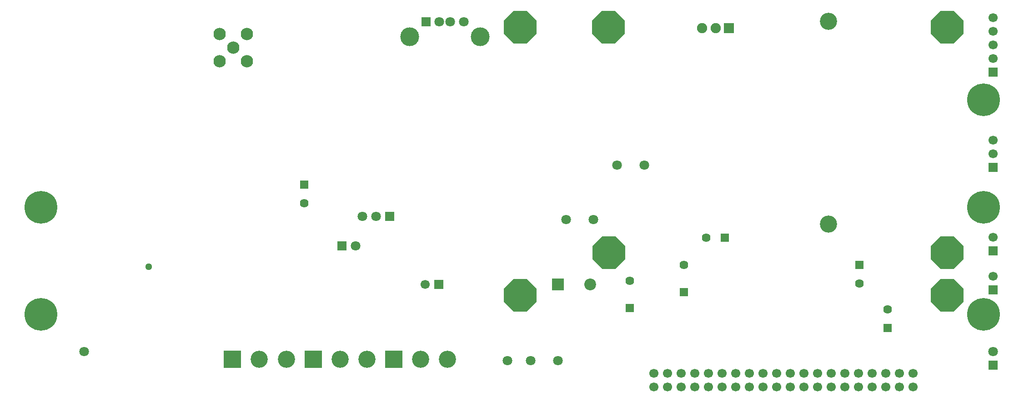
<source format=gbs>
G04*
G04 #@! TF.GenerationSoftware,Altium Limited,Altium Designer,18.1.9 (240)*
G04*
G04 Layer_Color=16711935*
%FSLAX24Y24*%
%MOIN*%
G70*
G01*
G75*
%ADD94C,0.0710*%
%ADD95C,0.1261*%
%ADD96C,0.1379*%
%ADD97R,0.0710X0.0710*%
%ADD98R,0.0710X0.0710*%
%ADD99R,0.1261X0.1261*%
%ADD100C,0.0669*%
%ADD101C,0.0639*%
%ADD102R,0.0639X0.0639*%
%ADD103R,0.0639X0.0639*%
%ADD104R,0.0748X0.0748*%
%ADD105C,0.0748*%
%ADD106R,0.0669X0.0669*%
%ADD107C,0.0906*%
%ADD108C,0.0866*%
%ADD109R,0.0866X0.0866*%
%ADD110C,0.0512*%
%ADD111C,0.0709*%
%ADD112R,0.0669X0.0669*%
%ADD113P,0.2599X8X292.5*%
%ADD114C,0.2402*%
D94*
X35630Y3287D02*
D03*
X39311D02*
D03*
X37311D02*
D03*
X41919Y13652D02*
D03*
X39919D02*
D03*
X45652Y17667D02*
D03*
X43652D02*
D03*
X30630Y28179D02*
D03*
X31417D02*
D03*
X32402D02*
D03*
X71229Y3972D02*
D03*
X24994Y13878D02*
D03*
X25994D02*
D03*
X24498Y11732D02*
D03*
D95*
X59144Y28219D02*
D03*
Y13327D02*
D03*
X17431Y3406D02*
D03*
X19400D02*
D03*
X23337D02*
D03*
X25305D02*
D03*
X29242D02*
D03*
X31211D02*
D03*
D96*
X28435Y27106D02*
D03*
X33622D02*
D03*
D97*
X29646Y28179D02*
D03*
X26994Y13878D02*
D03*
X23498Y11732D02*
D03*
D98*
X71229Y2972D02*
D03*
D99*
X15463Y3406D02*
D03*
X21368D02*
D03*
X27274D02*
D03*
D100*
X61357Y2362D02*
D03*
Y1362D02*
D03*
X62357Y2362D02*
D03*
Y1362D02*
D03*
X63357Y2362D02*
D03*
Y1362D02*
D03*
X64357D02*
D03*
Y2362D02*
D03*
X65357Y1362D02*
D03*
Y2362D02*
D03*
X56357D02*
D03*
Y1362D02*
D03*
X57357Y2362D02*
D03*
Y1362D02*
D03*
X58357Y2362D02*
D03*
Y1362D02*
D03*
X59357D02*
D03*
Y2362D02*
D03*
X60357Y1362D02*
D03*
Y2362D02*
D03*
X51357D02*
D03*
Y1362D02*
D03*
X52357Y2362D02*
D03*
Y1362D02*
D03*
X53357Y2362D02*
D03*
Y1362D02*
D03*
X54357D02*
D03*
Y2362D02*
D03*
X55357Y1362D02*
D03*
Y2362D02*
D03*
X46357D02*
D03*
Y1362D02*
D03*
X47357Y2362D02*
D03*
Y1362D02*
D03*
X48357Y2362D02*
D03*
Y1362D02*
D03*
X49357D02*
D03*
Y2362D02*
D03*
X50357Y1362D02*
D03*
Y2362D02*
D03*
X71229Y9494D02*
D03*
Y12362D02*
D03*
X71201Y28484D02*
D03*
Y25484D02*
D03*
Y27484D02*
D03*
Y26484D02*
D03*
X71229Y18490D02*
D03*
Y19490D02*
D03*
X29593Y8878D02*
D03*
D101*
X20728Y14862D02*
D03*
X61417Y8961D02*
D03*
X63474Y7067D02*
D03*
X50167Y12333D02*
D03*
X48553Y10317D02*
D03*
X44587Y9169D02*
D03*
D102*
X20728Y16240D02*
D03*
X61417Y10339D02*
D03*
X63474Y5689D02*
D03*
X48553Y8317D02*
D03*
X44587Y7169D02*
D03*
D103*
X51545Y12333D02*
D03*
D104*
X51856Y27717D02*
D03*
D105*
X49888D02*
D03*
X50872D02*
D03*
D106*
X71229Y8494D02*
D03*
Y11362D02*
D03*
X71201Y24484D02*
D03*
X71229Y17490D02*
D03*
D107*
X14524Y25283D02*
D03*
Y27283D02*
D03*
X16524Y25283D02*
D03*
Y27283D02*
D03*
X15524Y26283D02*
D03*
D108*
X41673Y8907D02*
D03*
D109*
X39311D02*
D03*
D110*
X9300Y10177D02*
D03*
D111*
X4576Y3957D02*
D03*
D112*
X30593Y8878D02*
D03*
D113*
X67843Y11240D02*
D03*
X43040Y11230D02*
D03*
X43020Y27785D02*
D03*
X67853Y27785D02*
D03*
Y8100D02*
D03*
X36554Y27785D02*
D03*
Y8100D02*
D03*
D114*
X1404Y14571D02*
D03*
X70499D02*
D03*
X70499Y22445D02*
D03*
Y6697D02*
D03*
X1404D02*
D03*
M02*

</source>
